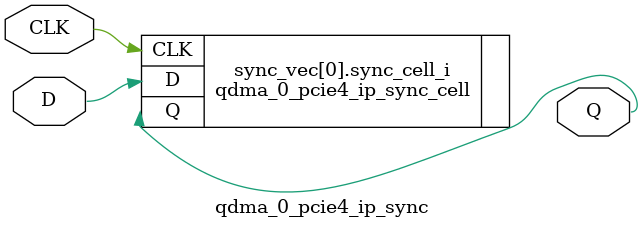
<source format=v>

`timescale 1ps / 1ps

(* DowngradeIPIdentifiedWarnings = "yes" *)
module qdma_0_pcie4_ip_sync #
(
    parameter integer WIDTH = 1, 
    parameter integer STAGE = 3
)
(
    //-------------------------------------------------------------------------- 
    //  Input Ports
    //-------------------------------------------------------------------------- 
    input                               CLK,
    input       [WIDTH-1:0]             D,
    
    //-------------------------------------------------------------------------- 
    //  Output Ports
    //-------------------------------------------------------------------------- 
    output      [WIDTH-1:0]             Q
);                                                        



//--------------------------------------------------------------------------------------------------
//  Generate Synchronizer - Begin
//--------------------------------------------------------------------------------------------------
genvar i;

generate for (i=0; i<WIDTH; i=i+1) 

    begin : sync_vec

    //----------------------------------------------------------------------
    //  Synchronizer
    //----------------------------------------------------------------------
    qdma_0_pcie4_ip_sync_cell #
    (
        .STAGE                          (STAGE)
    )    
    sync_cell_i
    (
        //------------------------------------------------------------------
        //  Input Ports
        //------------------------------------------------------------------
        .CLK                            (CLK),
        .D                              (D[i]),

        //------------------------------------------------------------------
        //  Output Ports
        //------------------------------------------------------------------
        .Q                              (Q[i])
    );
 
    end   
      
endgenerate 
//--------------------------------------------------------------------------------------------------
//  Generate - End
//--------------------------------------------------------------------------------------------------



endmodule

</source>
